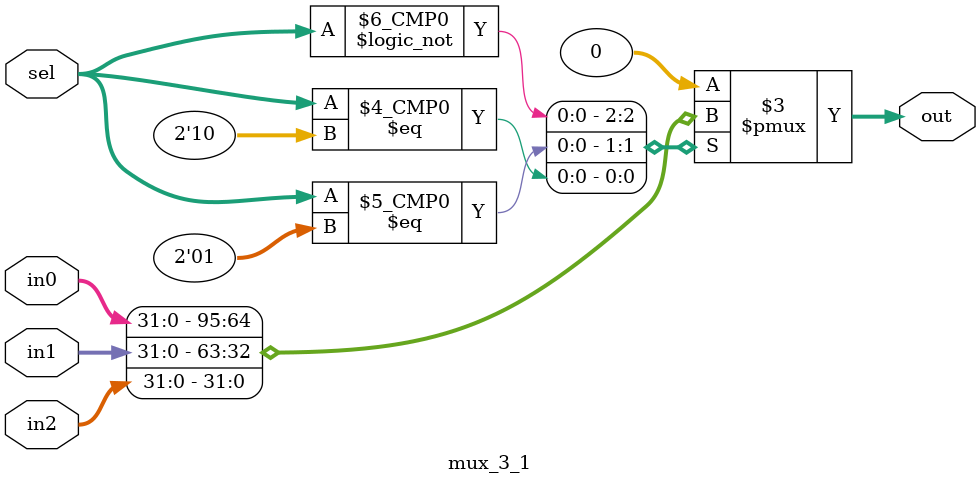
<source format=sv>
module mux_3_1 (
    input  logic [31:0] in0,
    input  logic [31:0] in1,
    input  logic [31:0] in2,
    input  logic [1:0]  sel,
    output logic [31:0] out
);

    always_comb begin
        case (sel)
            2'b00: out = in0;
            2'b01: out = in1;
            2'b10: out = in2;
            default: out = 32'b0;
        endcase
    end

endmodule

</source>
